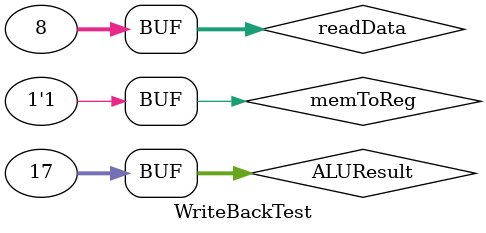
<source format=v>
`timescale 1ns / 1ps

module WriteBackTest;

	// Inputs
	reg memToReg;
	reg [31:0] readData;
	reg [31:0] ALUResult;

	// Outputs
	wire [31:0] writeData;

	// Instantiate the Unit Under Test (UUT)
	WriteBack uut (
		.memToReg(memToReg), 
		.readData(readData), 
		.ALUResult(ALUResult), 
		.writeData(writeData)
	);

	initial begin
		
		memToReg   = 0;
		readData   = 32'b0000_0000_0000_0000_0000_0000_0000_0010; 		//2
		ALUResult = 32'b0000_0000_0000_0000_0000_0000_0001_0111; 	  //23

		#100;
		
		memToReg   = 1;
		readData   = 32'b0000_0000_0000_0000_0000_0000_0000_1000; 	//8
		ALUResult = 32'b0000_0000_0000_0000_0000_0000_0001_0001;   //17

	end
      
endmodule

</source>
